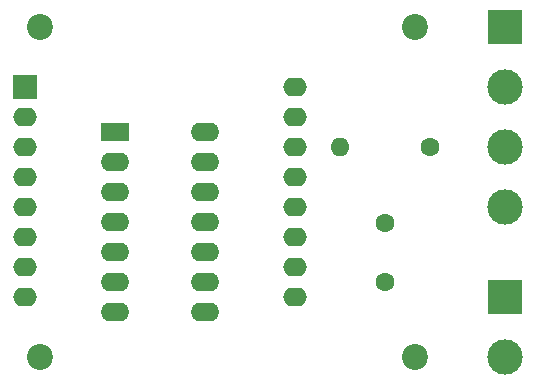
<source format=gbr>
%TF.GenerationSoftware,KiCad,Pcbnew,(5.1.9-0-10_14)*%
%TF.CreationDate,2021-06-15T10:39:12+02:00*%
%TF.ProjectId,WLED_Controller,574c4544-5f43-46f6-9e74-726f6c6c6572,rev?*%
%TF.SameCoordinates,Original*%
%TF.FileFunction,Soldermask,Bot*%
%TF.FilePolarity,Negative*%
%FSLAX46Y46*%
G04 Gerber Fmt 4.6, Leading zero omitted, Abs format (unit mm)*
G04 Created by KiCad (PCBNEW (5.1.9-0-10_14)) date 2021-06-15 10:39:12*
%MOMM*%
%LPD*%
G01*
G04 APERTURE LIST*
%ADD10C,2.200000*%
%ADD11O,2.000000X1.600000*%
%ADD12R,2.000000X2.000000*%
%ADD13C,3.000000*%
%ADD14R,3.000000X3.000000*%
%ADD15C,1.600000*%
%ADD16O,2.400000X1.600000*%
%ADD17R,2.400000X1.600000*%
%ADD18O,1.600000X1.600000*%
G04 APERTURE END LIST*
D10*
%TO.C,REF\u002A\u002A*%
X124460000Y-91440000D03*
%TD*%
D11*
%TO.C,U1*%
X114300000Y-68580000D03*
X114300000Y-71120000D03*
X114300000Y-73660000D03*
X114300000Y-76200000D03*
X114300000Y-78740000D03*
X114300000Y-81280000D03*
X114300000Y-83820000D03*
X114300000Y-86360000D03*
X91440000Y-86360000D03*
X91440000Y-83820000D03*
X91440000Y-81280000D03*
X91440000Y-78740000D03*
X91440000Y-76200000D03*
X91440000Y-73660000D03*
D12*
X91440000Y-68580000D03*
D11*
X91440000Y-71120000D03*
%TD*%
D10*
%TO.C,REF\u002A\u002A*%
X92710000Y-63500000D03*
%TD*%
%TO.C,REF\u002A\u002A*%
X92710000Y-91440000D03*
%TD*%
%TO.C,REF\u002A\u002A*%
X124460000Y-63500000D03*
%TD*%
D13*
%TO.C,J1*%
X132080000Y-78740000D03*
D14*
X132080000Y-63500000D03*
D13*
X132080000Y-73660000D03*
X132080000Y-68580000D03*
%TD*%
%TO.C,J2*%
X132080000Y-91440000D03*
D14*
X132080000Y-86360000D03*
%TD*%
D15*
%TO.C,C1*%
X121920000Y-80090000D03*
X121920000Y-85090000D03*
%TD*%
D16*
%TO.C,U2*%
X106680000Y-72390000D03*
X99060000Y-87630000D03*
X106680000Y-74930000D03*
X99060000Y-85090000D03*
X106680000Y-77470000D03*
X99060000Y-82550000D03*
X106680000Y-80010000D03*
X99060000Y-80010000D03*
X106680000Y-82550000D03*
X99060000Y-77470000D03*
X106680000Y-85090000D03*
X99060000Y-74930000D03*
X106680000Y-87630000D03*
D17*
X99060000Y-72390000D03*
%TD*%
D18*
%TO.C,R1*%
X118110000Y-73660000D03*
D15*
X125730000Y-73660000D03*
%TD*%
M02*

</source>
